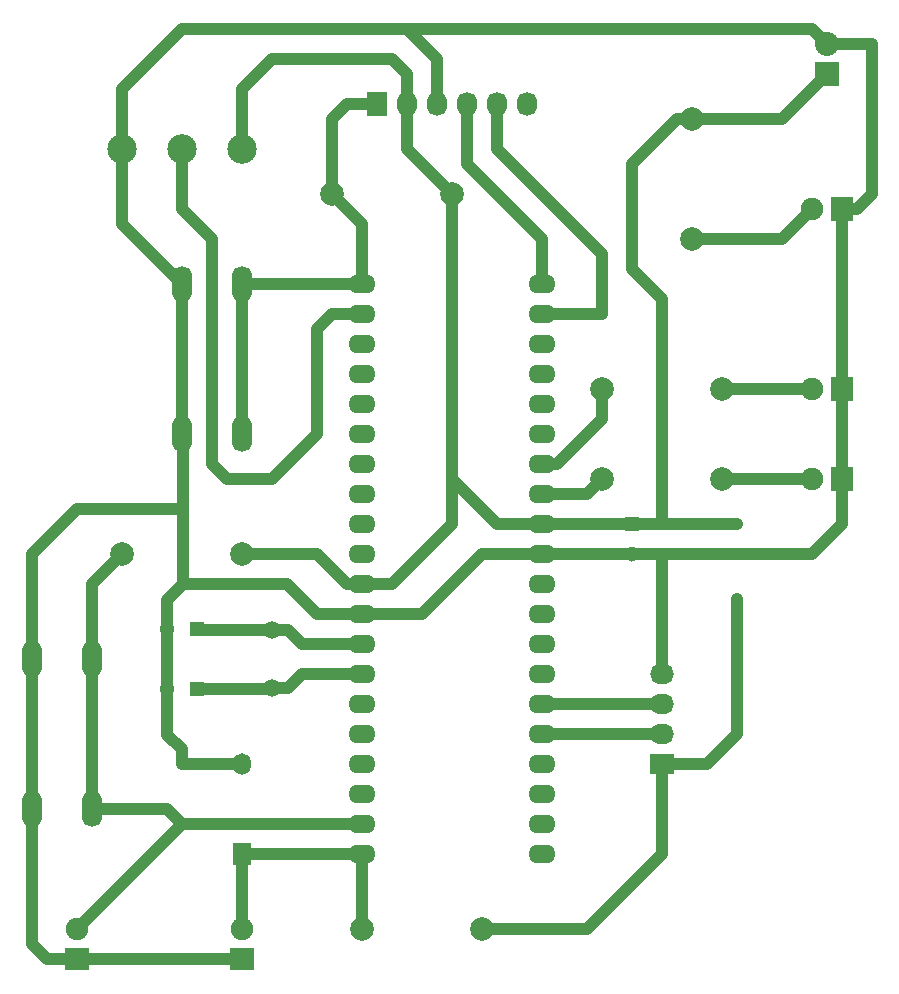
<source format=gbr>
G04 #@! TF.FileFunction,Copper,L2,Bot,Signal*
%FSLAX46Y46*%
G04 Gerber Fmt 4.6, Leading zero omitted, Abs format (unit mm)*
G04 Created by KiCad (PCBNEW 4.0.2+dfsg1-stable) date Sex 01 Abr 2016 09:35:36 BRT*
%MOMM*%
G01*
G04 APERTURE LIST*
%ADD10C,0.100000*%
%ADD11R,1.300000X1.300000*%
%ADD12C,1.300000*%
%ADD13R,1.900000X2.000000*%
%ADD14C,1.900000*%
%ADD15R,2.000000X1.900000*%
%ADD16R,2.032000X1.727200*%
%ADD17O,2.032000X1.727200*%
%ADD18R,2.032000X2.032000*%
%ADD19O,2.032000X2.032000*%
%ADD20R,1.727200X2.032000*%
%ADD21O,1.727200X2.032000*%
%ADD22C,1.998980*%
%ADD23C,2.499360*%
%ADD24O,1.727200X3.048000*%
%ADD25R,1.524000X1.824000*%
%ADD26O,1.524000X1.824000*%
%ADD27O,2.300000X1.600000*%
%ADD28C,1.501140*%
%ADD29C,0.600000*%
%ADD30C,1.000000*%
G04 APERTURE END LIST*
D10*
D11*
X69850000Y-82550000D03*
D12*
X67350000Y-82550000D03*
D11*
X69850000Y-87630000D03*
D12*
X67350000Y-87630000D03*
D11*
X106680000Y-73660000D03*
D12*
X106680000Y-76160000D03*
D13*
X124460000Y-46990000D03*
D14*
X121920000Y-46990000D03*
D15*
X73660000Y-110490000D03*
D14*
X73660000Y-107950000D03*
D15*
X59690000Y-110490000D03*
D14*
X59690000Y-107950000D03*
D13*
X124460000Y-62230000D03*
D14*
X121920000Y-62230000D03*
D13*
X124460000Y-69850000D03*
D14*
X121920000Y-69850000D03*
D16*
X109220000Y-93980000D03*
D17*
X109220000Y-91440000D03*
X109220000Y-88900000D03*
X109220000Y-86360000D03*
D18*
X123190000Y-35560000D03*
D19*
X123190000Y-33020000D03*
D20*
X85090000Y-38100000D03*
D21*
X87630000Y-38100000D03*
X90170000Y-38100000D03*
X92710000Y-38100000D03*
X95250000Y-38100000D03*
X97790000Y-38100000D03*
D22*
X91440000Y-45720000D03*
X81280000Y-45720000D03*
X111760000Y-49530000D03*
X111760000Y-39370000D03*
X93980000Y-107950000D03*
X83820000Y-107950000D03*
X63500000Y-76200000D03*
X73660000Y-76200000D03*
X114300000Y-62230000D03*
X104140000Y-62230000D03*
X114300000Y-69850000D03*
X104140000Y-69850000D03*
D23*
X68580000Y-41910000D03*
X63500000Y-41910000D03*
X73660000Y-41910000D03*
D24*
X68580000Y-53340000D03*
X73660000Y-53340000D03*
X68580000Y-66040000D03*
X73660000Y-66040000D03*
X60960000Y-97790000D03*
X55880000Y-97790000D03*
X60960000Y-85090000D03*
X55880000Y-85090000D03*
D25*
X73660000Y-101600000D03*
D26*
X73660000Y-93980000D03*
D27*
X83820000Y-53340000D03*
X83820000Y-55880000D03*
X83820000Y-58420000D03*
X83820000Y-60960000D03*
X83820000Y-63500000D03*
X83820000Y-66040000D03*
X83820000Y-68580000D03*
X83820000Y-71120000D03*
X83820000Y-73660000D03*
X83820000Y-76200000D03*
X83820000Y-78740000D03*
X83820000Y-81280000D03*
X83820000Y-83820000D03*
X83820000Y-86360000D03*
X83820000Y-88900000D03*
X83820000Y-91440000D03*
X83820000Y-93980000D03*
X83820000Y-96520000D03*
X83820000Y-99060000D03*
X83820000Y-101600000D03*
X99060000Y-101600000D03*
X99060000Y-99060000D03*
X99060000Y-96520000D03*
X99060000Y-93980000D03*
X99060000Y-91440000D03*
X99060000Y-88900000D03*
X99060000Y-86360000D03*
X99060000Y-83820000D03*
X99060000Y-81280000D03*
X99060000Y-78740000D03*
X99060000Y-76200000D03*
X99060000Y-73660000D03*
X99060000Y-71120000D03*
X99060000Y-68580000D03*
X99060000Y-66040000D03*
X99060000Y-63500000D03*
X99060000Y-60960000D03*
X99060000Y-58420000D03*
X99060000Y-55880000D03*
X99060000Y-53340000D03*
D28*
X76200000Y-87530940D03*
X76200000Y-82649060D03*
D29*
X115570000Y-73660000D03*
X115570000Y-80010000D03*
D30*
X76200000Y-82649060D02*
X69949060Y-82649060D01*
X69949060Y-82649060D02*
X69850000Y-82550000D01*
X83820000Y-83820000D02*
X78740000Y-83820000D01*
X77569060Y-82649060D02*
X76200000Y-82649060D01*
X78740000Y-83820000D02*
X77569060Y-82649060D01*
X123190000Y-33020000D02*
X127000000Y-33020000D01*
X125730000Y-46990000D02*
X124460000Y-46990000D01*
X127000000Y-45720000D02*
X125730000Y-46990000D01*
X127000000Y-33020000D02*
X127000000Y-45720000D01*
X87630000Y-31750000D02*
X121920000Y-31750000D01*
X121920000Y-31750000D02*
X123190000Y-33020000D01*
X124460000Y-62230000D02*
X124460000Y-46990000D01*
X55880000Y-97790000D02*
X55880000Y-109220000D01*
X57150000Y-110490000D02*
X59690000Y-110490000D01*
X55880000Y-109220000D02*
X57150000Y-110490000D01*
X55880000Y-85090000D02*
X55880000Y-97790000D01*
X55880000Y-85090000D02*
X55880000Y-76200000D01*
X59690000Y-72390000D02*
X68660000Y-72390000D01*
X55880000Y-76200000D02*
X59690000Y-72390000D01*
X55880000Y-85090000D02*
X55880000Y-83820000D01*
X68580000Y-93980000D02*
X68580000Y-92710000D01*
X67350000Y-91480000D02*
X67350000Y-87630000D01*
X68580000Y-92710000D02*
X67350000Y-91480000D01*
X68580000Y-93980000D02*
X73660000Y-93980000D01*
X73660000Y-110490000D02*
X64770000Y-110490000D01*
X64770000Y-110490000D02*
X59690000Y-110490000D01*
X124460000Y-69850000D02*
X124460000Y-73660000D01*
X121920000Y-76200000D02*
X109220000Y-76200000D01*
X124460000Y-73660000D02*
X121920000Y-76200000D01*
X124460000Y-62230000D02*
X124460000Y-69850000D01*
X68660000Y-78740000D02*
X68660000Y-72390000D01*
X68660000Y-72390000D02*
X68660000Y-66120000D01*
X68660000Y-66120000D02*
X68580000Y-66040000D01*
X67350000Y-82550000D02*
X67350000Y-80050000D01*
X80010000Y-81280000D02*
X83820000Y-81280000D01*
X77470000Y-78740000D02*
X80010000Y-81280000D01*
X68660000Y-78740000D02*
X77470000Y-78740000D01*
X67350000Y-80050000D02*
X68660000Y-78740000D01*
X67350000Y-87630000D02*
X67350000Y-82550000D01*
X83820000Y-81280000D02*
X88900000Y-81280000D01*
X88900000Y-81280000D02*
X93980000Y-76200000D01*
X93980000Y-76200000D02*
X99060000Y-76200000D01*
X109220000Y-86360000D02*
X109220000Y-76200000D01*
X109180000Y-76160000D02*
X106680000Y-76160000D01*
X109220000Y-76200000D02*
X109180000Y-76160000D01*
X106680000Y-76160000D02*
X99100000Y-76160000D01*
X99100000Y-76160000D02*
X99060000Y-76200000D01*
X90170000Y-38100000D02*
X90170000Y-34290000D01*
X63500000Y-36830000D02*
X63500000Y-41910000D01*
X68580000Y-31750000D02*
X63500000Y-36830000D01*
X87630000Y-31750000D02*
X68580000Y-31750000D01*
X90170000Y-34290000D02*
X87630000Y-31750000D01*
X63500000Y-41910000D02*
X63500000Y-48260000D01*
X63500000Y-48260000D02*
X68580000Y-53340000D01*
X68580000Y-53340000D02*
X68580000Y-66040000D01*
X76200000Y-87530940D02*
X77569060Y-87530940D01*
X78740000Y-86360000D02*
X83820000Y-86360000D01*
X77569060Y-87530940D02*
X78740000Y-86360000D01*
X69850000Y-87630000D02*
X76100940Y-87630000D01*
X76100940Y-87630000D02*
X76200000Y-87530940D01*
X109220000Y-73660000D02*
X109220000Y-54610000D01*
X110490000Y-39370000D02*
X111760000Y-39370000D01*
X106680000Y-43180000D02*
X110490000Y-39370000D01*
X106680000Y-52070000D02*
X106680000Y-43180000D01*
X109220000Y-54610000D02*
X106680000Y-52070000D01*
X109220000Y-93980000D02*
X113030000Y-93980000D01*
X115570000Y-73660000D02*
X109220000Y-73660000D01*
X109220000Y-73660000D02*
X106680000Y-73660000D01*
X115570000Y-91440000D02*
X115570000Y-80010000D01*
X113030000Y-93980000D02*
X115570000Y-91440000D01*
X111760000Y-39370000D02*
X119380000Y-39370000D01*
X119380000Y-39370000D02*
X123190000Y-35560000D01*
X93980000Y-107950000D02*
X102870000Y-107950000D01*
X109220000Y-101600000D02*
X109220000Y-93980000D01*
X102870000Y-107950000D02*
X109220000Y-101600000D01*
X73660000Y-76200000D02*
X80010000Y-76200000D01*
X82550000Y-78740000D02*
X83820000Y-78740000D01*
X80010000Y-76200000D02*
X82550000Y-78740000D01*
X91440000Y-69850000D02*
X91440000Y-73660000D01*
X86360000Y-78740000D02*
X83820000Y-78740000D01*
X91440000Y-73660000D02*
X86360000Y-78740000D01*
X99060000Y-73660000D02*
X106680000Y-73660000D01*
X99060000Y-73660000D02*
X95250000Y-73660000D01*
X91440000Y-69850000D02*
X91440000Y-45720000D01*
X95250000Y-73660000D02*
X91440000Y-69850000D01*
X87630000Y-38100000D02*
X87630000Y-35560000D01*
X73660000Y-36830000D02*
X73660000Y-41910000D01*
X76200000Y-34290000D02*
X73660000Y-36830000D01*
X86360000Y-34290000D02*
X76200000Y-34290000D01*
X87630000Y-35560000D02*
X86360000Y-34290000D01*
X91440000Y-45720000D02*
X87630000Y-41910000D01*
X87630000Y-41910000D02*
X87630000Y-38100000D01*
X111760000Y-49530000D02*
X119380000Y-49530000D01*
X119380000Y-49530000D02*
X121920000Y-46990000D01*
X83820000Y-107950000D02*
X83820000Y-101600000D01*
X73660000Y-107950000D02*
X73660000Y-101600000D01*
X73660000Y-101600000D02*
X83820000Y-101600000D01*
X60960000Y-85090000D02*
X60960000Y-78740000D01*
X60960000Y-78740000D02*
X63500000Y-76200000D01*
X60960000Y-85090000D02*
X60960000Y-97790000D01*
X60960000Y-97790000D02*
X67310000Y-97790000D01*
X67310000Y-97790000D02*
X68580000Y-99060000D01*
X83820000Y-99060000D02*
X68580000Y-99060000D01*
X64770000Y-102870000D02*
X59690000Y-107950000D01*
X68580000Y-99060000D02*
X64770000Y-102870000D01*
X114300000Y-62230000D02*
X121920000Y-62230000D01*
X121920000Y-69850000D02*
X114300000Y-69850000D01*
X109220000Y-91440000D02*
X99060000Y-91440000D01*
X99060000Y-88900000D02*
X109220000Y-88900000D01*
X73660000Y-66040000D02*
X73660000Y-53340000D01*
X73660000Y-53340000D02*
X83820000Y-53340000D01*
X85090000Y-38100000D02*
X82550000Y-38100000D01*
X81280000Y-39370000D02*
X81280000Y-45720000D01*
X82550000Y-38100000D02*
X81280000Y-39370000D01*
X83820000Y-53340000D02*
X83820000Y-48260000D01*
X83820000Y-48260000D02*
X81280000Y-45720000D01*
X99060000Y-53340000D02*
X99060000Y-49530000D01*
X92710000Y-43180000D02*
X92710000Y-38100000D01*
X99060000Y-49530000D02*
X92710000Y-43180000D01*
X95250000Y-38100000D02*
X95250000Y-41910000D01*
X104140000Y-55880000D02*
X99060000Y-55880000D01*
X104140000Y-50800000D02*
X104140000Y-55880000D01*
X95250000Y-41910000D02*
X104140000Y-50800000D01*
X99060000Y-68580000D02*
X100330000Y-68580000D01*
X104140000Y-64770000D02*
X104140000Y-62230000D01*
X100330000Y-68580000D02*
X104140000Y-64770000D01*
X99060000Y-71120000D02*
X102870000Y-71120000D01*
X102870000Y-71120000D02*
X104140000Y-69850000D01*
X80010000Y-57150000D02*
X81280000Y-55880000D01*
X68580000Y-46990000D02*
X71120000Y-49530000D01*
X71120000Y-49530000D02*
X71120000Y-68580000D01*
X71120000Y-68580000D02*
X72390000Y-69850000D01*
X72390000Y-69850000D02*
X76200000Y-69850000D01*
X76200000Y-69850000D02*
X80010000Y-66040000D01*
X80010000Y-66040000D02*
X80010000Y-57150000D01*
X68580000Y-41910000D02*
X68580000Y-46990000D01*
X81280000Y-55880000D02*
X83820000Y-55880000D01*
M02*

</source>
